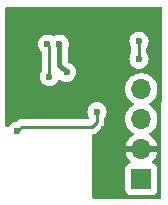
<source format=gbr>
%TF.GenerationSoftware,KiCad,Pcbnew,8.0.5-8.0.5-0~ubuntu22.04.1*%
%TF.CreationDate,2024-09-30T09:22:30+02:00*%
%TF.ProjectId,I2C_Module_BME680_small_FUEL4EP,4932435f-4d6f-4647-956c-655f424d4536,V1.1*%
%TF.SameCoordinates,Original*%
%TF.FileFunction,Copper,L2,Bot*%
%TF.FilePolarity,Positive*%
%FSLAX46Y46*%
G04 Gerber Fmt 4.6, Leading zero omitted, Abs format (unit mm)*
G04 Created by KiCad (PCBNEW 8.0.5-8.0.5-0~ubuntu22.04.1) date 2024-09-30 09:22:30*
%MOMM*%
%LPD*%
G01*
G04 APERTURE LIST*
%TA.AperFunction,ComponentPad*%
%ADD10R,1.700000X1.700000*%
%TD*%
%TA.AperFunction,ComponentPad*%
%ADD11O,1.700000X1.700000*%
%TD*%
%TA.AperFunction,ViaPad*%
%ADD12C,0.600000*%
%TD*%
%TA.AperFunction,Conductor*%
%ADD13C,0.250000*%
%TD*%
%TA.AperFunction,Conductor*%
%ADD14C,0.400000*%
%TD*%
G04 APERTURE END LIST*
D10*
%TO.P,J1,1,Pin_1*%
%TO.N,VCC*%
X11892000Y2032000D03*
D11*
%TO.P,J1,2,Pin_2*%
%TO.N,GND*%
X11892000Y4572000D03*
%TO.P,J1,3,Pin_3*%
%TO.N,/SCL*%
X11892000Y7112000D03*
%TO.P,J1,4,Pin_4*%
%TO.N,/SDA*%
X11892000Y9652000D03*
%TD*%
D12*
%TO.N,GND*%
X6223000Y7874000D03*
X8255000Y9144000D03*
%TO.N,/SCL*%
X1397000Y6096000D03*
%TO.N,GND*%
X1244000Y9906000D03*
X7142000Y11049000D03*
X1244000Y10795000D03*
X10287000Y4566000D03*
X9779000Y3175000D03*
X9780000Y6260000D03*
X9779000Y3937000D03*
X6985000Y7874000D03*
X7112000Y11938000D03*
X1270000Y13716000D03*
X1244000Y9017000D03*
X8763000Y4953000D03*
X1244000Y8128000D03*
X9780000Y5334000D03*
X7142000Y9525000D03*
X7112000Y14478000D03*
X8763000Y6260000D03*
%TO.N,/SCL*%
X8128000Y7747000D03*
%TO.N,/SDA*%
X11684000Y12192000D03*
X11684000Y13716000D03*
%TO.N,VDDA*%
X5557298Y11079702D03*
X4953000Y13462000D03*
%TO.N,Net-(JP1-A)*%
X4105645Y10716500D03*
X3937000Y13461994D03*
%TD*%
D13*
%TO.N,/SCL*%
X1397000Y6096000D02*
X1778000Y6477000D01*
X1778000Y6477000D02*
X7747000Y6477000D01*
X7747000Y6477000D02*
X8128000Y6858000D01*
X8128000Y6858000D02*
X8128000Y7747000D01*
D14*
%TO.N,GND*%
X7112000Y11938000D02*
X7112000Y14478000D01*
D13*
%TO.N,/SDA*%
X11684000Y13716000D02*
X11684000Y12192000D01*
D14*
%TO.N,VDDA*%
X4953000Y11684000D02*
X4953000Y13462000D01*
X5557298Y11079702D02*
X4953000Y11684000D01*
D13*
%TO.N,Net-(JP1-A)*%
X4105645Y13293349D02*
X3937000Y13461994D01*
X4105645Y10716500D02*
X4105645Y13293349D01*
%TD*%
%TA.AperFunction,Conductor*%
%TO.N,GND*%
G36*
X13611133Y16616998D02*
G01*
X13657626Y16563342D01*
X13669007Y16510016D01*
X13543985Y507000D01*
X13543977Y506016D01*
X13523444Y438053D01*
X13469426Y391981D01*
X13417981Y381000D01*
X7827000Y381000D01*
X7758879Y401002D01*
X7712386Y454658D01*
X7701000Y507000D01*
X7701000Y5718623D01*
X7721002Y5786744D01*
X7774658Y5833237D01*
X7803569Y5841046D01*
X7803322Y5842292D01*
X7843228Y5850230D01*
X7931785Y5867845D01*
X8047075Y5915600D01*
X8150833Y5984929D01*
X8620071Y6454167D01*
X8689400Y6557925D01*
X8737155Y6673215D01*
X8761500Y6795606D01*
X8761500Y6920393D01*
X8761500Y7199262D01*
X8780813Y7266298D01*
X8861041Y7393981D01*
X8861042Y7393984D01*
X8861043Y7393985D01*
X8921217Y7565953D01*
X8941616Y7747000D01*
X8921217Y7928047D01*
X8861043Y8100015D01*
X8764111Y8254281D01*
X8635281Y8383111D01*
X8481015Y8480043D01*
X8309047Y8540217D01*
X8128000Y8560616D01*
X7946953Y8540217D01*
X7774985Y8480043D01*
X7774982Y8480041D01*
X7774981Y8480041D01*
X7620720Y8383112D01*
X7620718Y8383111D01*
X7491888Y8254281D01*
X7491887Y8254279D01*
X7394958Y8100018D01*
X7394957Y8100015D01*
X7342209Y7949268D01*
X7334783Y7928047D01*
X7314384Y7747000D01*
X7334783Y7565953D01*
X7334783Y7565950D01*
X7334784Y7565949D01*
X7394957Y7393984D01*
X7394958Y7393981D01*
X7451789Y7303536D01*
X7471095Y7235215D01*
X7450399Y7167301D01*
X7396272Y7121358D01*
X7345102Y7110500D01*
X1840393Y7110500D01*
X1715606Y7110500D01*
X1593215Y7086155D01*
X1477925Y7038400D01*
X1374167Y6969071D01*
X1374164Y6969068D01*
X1335439Y6930343D01*
X1273127Y6896317D01*
X1260457Y6894231D01*
X1215953Y6889217D01*
X1043985Y6829043D01*
X1043982Y6829041D01*
X1043981Y6829041D01*
X889720Y6732112D01*
X889718Y6732111D01*
X760892Y6603285D01*
X760889Y6603281D01*
X718591Y6535964D01*
X665413Y6488926D01*
X611904Y6477000D01*
X511800Y6477000D01*
X443679Y6497002D01*
X397186Y6550658D01*
X385800Y6603000D01*
X385800Y9652000D01*
X10528844Y9652000D01*
X10547437Y9427624D01*
X10602702Y9209387D01*
X10602703Y9209386D01*
X10693141Y9003206D01*
X10816275Y8814734D01*
X10816279Y8814729D01*
X10968762Y8649091D01*
X11108646Y8540215D01*
X11146424Y8510811D01*
X11146431Y8510807D01*
X11179680Y8492814D01*
X11230071Y8442800D01*
X11245423Y8373484D01*
X11220862Y8306871D01*
X11179680Y8271186D01*
X11146424Y8253189D01*
X11023331Y8157381D01*
X10968762Y8114908D01*
X10968760Y8114906D01*
X10955052Y8100015D01*
X10816279Y7949270D01*
X10816275Y7949265D01*
X10693141Y7760793D01*
X10602703Y7554613D01*
X10602702Y7554612D01*
X10547437Y7336375D01*
X10547436Y7336370D01*
X10547436Y7336368D01*
X10528844Y7112000D01*
X10546889Y6894230D01*
X10547437Y6887624D01*
X10602702Y6669387D01*
X10602703Y6669386D01*
X10693141Y6463206D01*
X10816275Y6274734D01*
X10816279Y6274729D01*
X10968762Y6109091D01*
X11146424Y5970811D01*
X11146430Y5970807D01*
X11180207Y5952528D01*
X11230597Y5902515D01*
X11245949Y5833198D01*
X11221388Y5766585D01*
X11180207Y5730902D01*
X11146704Y5712771D01*
X11146698Y5712767D01*
X10969097Y5574534D01*
X10816674Y5408958D01*
X10693580Y5220548D01*
X10603179Y5014456D01*
X10603176Y5014449D01*
X10555455Y4826000D01*
X11461297Y4826000D01*
X11426075Y4764993D01*
X11392000Y4637826D01*
X11392000Y4506174D01*
X11426075Y4379007D01*
X11461297Y4318000D01*
X10555456Y4318000D01*
X10555455Y4317999D01*
X10603176Y4129550D01*
X10603179Y4129543D01*
X10693580Y3923451D01*
X10816674Y3735041D01*
X10959981Y3579367D01*
X10991401Y3515701D01*
X10983414Y3445156D01*
X10938554Y3390127D01*
X10911312Y3375975D01*
X10795796Y3332889D01*
X10795792Y3332887D01*
X10678738Y3245261D01*
X10591112Y3128207D01*
X10591110Y3128202D01*
X10540011Y2991204D01*
X10540009Y2991196D01*
X10533500Y2930649D01*
X10533500Y1133350D01*
X10540009Y1072803D01*
X10540011Y1072795D01*
X10591110Y935797D01*
X10591112Y935792D01*
X10678738Y818738D01*
X10795792Y731112D01*
X10795797Y731110D01*
X10932795Y680011D01*
X10932803Y680009D01*
X10993350Y673500D01*
X10993362Y673500D01*
X12790649Y673500D01*
X12851196Y680009D01*
X12851204Y680011D01*
X12988202Y731110D01*
X12988207Y731112D01*
X13105261Y818738D01*
X13192887Y935792D01*
X13192889Y935797D01*
X13243988Y1072795D01*
X13243990Y1072803D01*
X13250499Y1133350D01*
X13250500Y1133367D01*
X13250500Y2930632D01*
X13250499Y2930649D01*
X13243990Y2991196D01*
X13243988Y2991204D01*
X13236960Y3010045D01*
X13192889Y3128204D01*
X13105261Y3245261D01*
X12988204Y3332889D01*
X12872684Y3375976D01*
X12815852Y3418521D01*
X12791041Y3485042D01*
X12806133Y3554416D01*
X12824018Y3579367D01*
X12967325Y3735041D01*
X13090419Y3923451D01*
X13180820Y4129543D01*
X13180823Y4129550D01*
X13228544Y4317999D01*
X13228544Y4318000D01*
X12322703Y4318000D01*
X12357925Y4379007D01*
X12392000Y4506174D01*
X12392000Y4637826D01*
X12357925Y4764993D01*
X12322703Y4826000D01*
X13228544Y4826000D01*
X13180823Y5014449D01*
X13180820Y5014456D01*
X13090419Y5220548D01*
X12967325Y5408958D01*
X12814902Y5574534D01*
X12637301Y5712767D01*
X12603793Y5730901D01*
X12553403Y5780914D01*
X12538050Y5850230D01*
X12562610Y5916844D01*
X12603792Y5952528D01*
X12637576Y5970811D01*
X12733382Y6045381D01*
X12815237Y6109091D01*
X12967720Y6274729D01*
X12967724Y6274734D01*
X13090858Y6463206D01*
X13090860Y6463209D01*
X13181296Y6669384D01*
X13182266Y6673212D01*
X13236562Y6887624D01*
X13236564Y6887632D01*
X13255156Y7112000D01*
X13236564Y7336368D01*
X13181296Y7554616D01*
X13090860Y7760791D01*
X12967722Y7949268D01*
X12815240Y8114906D01*
X12637576Y8253189D01*
X12604319Y8271186D01*
X12553929Y8321198D01*
X12538576Y8390515D01*
X12563136Y8457128D01*
X12604320Y8492814D01*
X12637569Y8510807D01*
X12637570Y8510808D01*
X12637576Y8510811D01*
X12733382Y8585381D01*
X12815237Y8649091D01*
X12967720Y8814729D01*
X12967724Y8814734D01*
X13090858Y9003206D01*
X13090860Y9003209D01*
X13181296Y9209384D01*
X13236564Y9427632D01*
X13255156Y9652000D01*
X13236564Y9876368D01*
X13181296Y10094616D01*
X13090860Y10300791D01*
X12967722Y10489268D01*
X12815240Y10654906D01*
X12637576Y10793189D01*
X12439574Y10900342D01*
X12226635Y10973444D01*
X12004569Y11010500D01*
X11779431Y11010500D01*
X11557365Y10973444D01*
X11456227Y10938723D01*
X11344428Y10900343D01*
X11344427Y10900342D01*
X11344426Y10900342D01*
X11146424Y10793189D01*
X11060982Y10726686D01*
X10968762Y10654908D01*
X10816279Y10489270D01*
X10816275Y10489265D01*
X10693141Y10300793D01*
X10602703Y10094613D01*
X10602702Y10094612D01*
X10547437Y9876375D01*
X10528844Y9652000D01*
X385800Y9652000D01*
X385800Y13461994D01*
X3123384Y13461994D01*
X3143783Y13280947D01*
X3143783Y13280944D01*
X3143784Y13280943D01*
X3203957Y13108978D01*
X3203958Y13108975D01*
X3300887Y12954714D01*
X3300888Y12954712D01*
X3434722Y12820879D01*
X3432565Y12818722D01*
X3465536Y12771642D01*
X3472145Y12731370D01*
X3472145Y11264237D01*
X3452832Y11197201D01*
X3379003Y11079702D01*
X3372602Y11069515D01*
X3312428Y10897547D01*
X3292029Y10716500D01*
X3312428Y10535453D01*
X3312428Y10535450D01*
X3312429Y10535449D01*
X3372602Y10363484D01*
X3372603Y10363481D01*
X3469532Y10209220D01*
X3469533Y10209218D01*
X3598363Y10080388D01*
X3598365Y10080387D01*
X3752626Y9983458D01*
X3752629Y9983457D01*
X3924594Y9923284D01*
X3924595Y9923283D01*
X3924598Y9923283D01*
X4105645Y9902884D01*
X4286692Y9923283D01*
X4458660Y9983457D01*
X4458663Y9983458D01*
X4612924Y10080387D01*
X4612926Y10080388D01*
X4741756Y10209218D01*
X4741757Y10209220D01*
X4838686Y10363481D01*
X4838687Y10363484D01*
X4838688Y10363485D01*
X4848057Y10390260D01*
X4889435Y10447952D01*
X4955435Y10474114D01*
X5025103Y10460441D01*
X5045545Y10447156D01*
X5050015Y10443590D01*
X5204279Y10346660D01*
X5204282Y10346659D01*
X5376247Y10286486D01*
X5376248Y10286485D01*
X5376251Y10286485D01*
X5557298Y10266086D01*
X5738345Y10286485D01*
X5910313Y10346659D01*
X5910316Y10346660D01*
X6064577Y10443589D01*
X6064579Y10443590D01*
X6193409Y10572420D01*
X6193410Y10572422D01*
X6290339Y10726683D01*
X6290340Y10726686D01*
X6290341Y10726687D01*
X6350515Y10898655D01*
X6370914Y11079702D01*
X6350515Y11260749D01*
X6290341Y11432717D01*
X6193409Y11586983D01*
X6064579Y11715813D01*
X5910313Y11812745D01*
X5808108Y11848507D01*
X5760630Y11878339D01*
X5698403Y11940566D01*
X5664379Y12002878D01*
X5661500Y12029660D01*
X5661500Y13033624D01*
X5680812Y13100658D01*
X5686040Y13108979D01*
X5686042Y13108984D01*
X5686043Y13108985D01*
X5746217Y13280953D01*
X5766616Y13462000D01*
X5746217Y13643047D01*
X5720690Y13716000D01*
X10870384Y13716000D01*
X10890783Y13534953D01*
X10890783Y13534950D01*
X10890784Y13534949D01*
X10950957Y13362984D01*
X10950958Y13362981D01*
X11031187Y13235298D01*
X11050500Y13168262D01*
X11050500Y12739737D01*
X11031187Y12672701D01*
X10950958Y12545017D01*
X10950957Y12545015D01*
X10890783Y12373047D01*
X10870384Y12192000D01*
X10890783Y12010953D01*
X10890783Y12010950D01*
X10890784Y12010949D01*
X10950957Y11838984D01*
X10950958Y11838981D01*
X11047887Y11684720D01*
X11047888Y11684718D01*
X11176718Y11555888D01*
X11176720Y11555887D01*
X11330981Y11458958D01*
X11330984Y11458957D01*
X11502949Y11398784D01*
X11502950Y11398783D01*
X11502953Y11398783D01*
X11684000Y11378384D01*
X11865047Y11398783D01*
X12037015Y11458957D01*
X12037018Y11458958D01*
X12191279Y11555887D01*
X12191281Y11555888D01*
X12320111Y11684718D01*
X12320112Y11684720D01*
X12417041Y11838981D01*
X12417042Y11838984D01*
X12417043Y11838985D01*
X12477217Y12010953D01*
X12497616Y12192000D01*
X12477217Y12373047D01*
X12417043Y12545015D01*
X12373817Y12613807D01*
X12336813Y12672701D01*
X12317500Y12739737D01*
X12317500Y13168262D01*
X12336813Y13235298D01*
X12417041Y13362981D01*
X12417042Y13362984D01*
X12417043Y13362985D01*
X12477217Y13534953D01*
X12497616Y13716000D01*
X12477217Y13897047D01*
X12417043Y14069015D01*
X12320111Y14223281D01*
X12191281Y14352111D01*
X12037015Y14449043D01*
X11865047Y14509217D01*
X11684000Y14529616D01*
X11502953Y14509217D01*
X11330985Y14449043D01*
X11330982Y14449041D01*
X11330981Y14449041D01*
X11176720Y14352112D01*
X11176718Y14352111D01*
X11047888Y14223281D01*
X11047887Y14223279D01*
X10950958Y14069018D01*
X10950957Y14069015D01*
X10890783Y13897047D01*
X10870384Y13716000D01*
X5720690Y13716000D01*
X5686043Y13815015D01*
X5589111Y13969281D01*
X5460281Y14098111D01*
X5306015Y14195043D01*
X5134047Y14255217D01*
X4953000Y14275616D01*
X4771953Y14255217D01*
X4599985Y14195043D01*
X4599974Y14195036D01*
X4512031Y14139778D01*
X4443710Y14120472D01*
X4377959Y14139777D01*
X4290015Y14195037D01*
X4118047Y14255211D01*
X3937000Y14275610D01*
X3755953Y14255211D01*
X3583985Y14195037D01*
X3583982Y14195035D01*
X3583981Y14195035D01*
X3429720Y14098106D01*
X3429718Y14098105D01*
X3300888Y13969275D01*
X3300887Y13969273D01*
X3203958Y13815012D01*
X3203957Y13815009D01*
X3143783Y13643041D01*
X3123384Y13461994D01*
X385800Y13461994D01*
X385800Y16511000D01*
X405802Y16579121D01*
X459458Y16625614D01*
X511800Y16637000D01*
X13543012Y16637000D01*
X13611133Y16616998D01*
G37*
%TD.AperFunction*%
%TD*%
M02*

</source>
